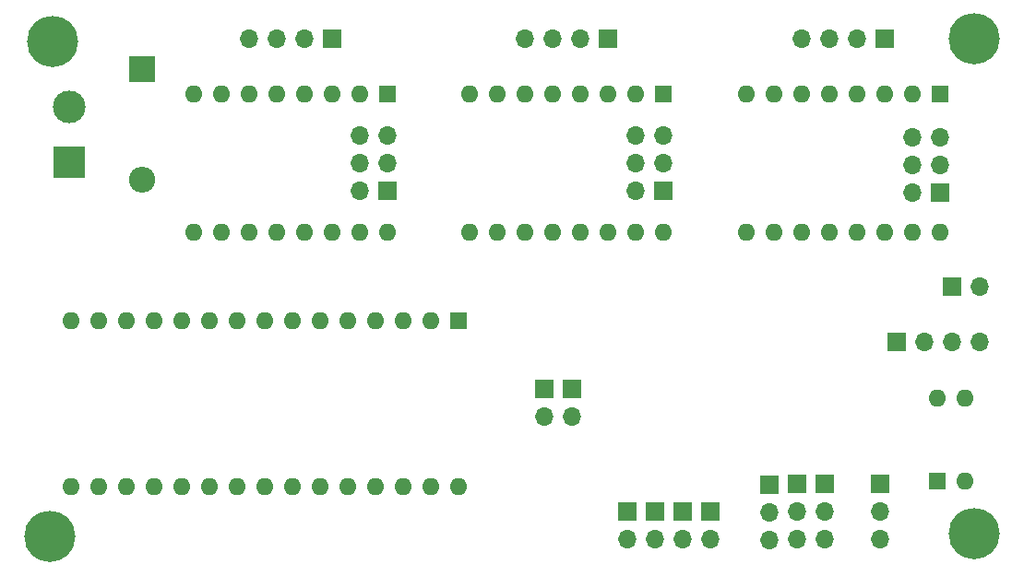
<source format=gbr>
%TF.GenerationSoftware,KiCad,Pcbnew,(6.0.0)*%
%TF.CreationDate,2022-01-02T13:01:27+02:00*%
%TF.ProjectId,shematic,7368656d-6174-4696-932e-6b696361645f,rev?*%
%TF.SameCoordinates,Original*%
%TF.FileFunction,Soldermask,Bot*%
%TF.FilePolarity,Negative*%
%FSLAX46Y46*%
G04 Gerber Fmt 4.6, Leading zero omitted, Abs format (unit mm)*
G04 Created by KiCad (PCBNEW (6.0.0)) date 2022-01-02 13:01:27*
%MOMM*%
%LPD*%
G01*
G04 APERTURE LIST*
%ADD10R,1.600000X1.600000*%
%ADD11O,1.600000X1.600000*%
%ADD12R,2.400000X2.400000*%
%ADD13O,2.400000X2.400000*%
%ADD14R,3.000000X3.000000*%
%ADD15C,3.000000*%
%ADD16R,1.700000X1.700000*%
%ADD17O,1.700000X1.700000*%
%ADD18C,4.700000*%
G04 APERTURE END LIST*
D10*
%TO.C,A1*%
X70000000Y-57658000D03*
D11*
X67460000Y-57658000D03*
X64920000Y-57658000D03*
X62380000Y-57658000D03*
X59840000Y-57658000D03*
X57300000Y-57658000D03*
X54760000Y-57658000D03*
X52220000Y-57658000D03*
X49680000Y-57658000D03*
X47140000Y-57658000D03*
X44600000Y-57658000D03*
X42060000Y-57658000D03*
X39520000Y-57658000D03*
X36980000Y-57658000D03*
X34440000Y-57658000D03*
X34440000Y-72898000D03*
X36980000Y-72898000D03*
X39520000Y-72898000D03*
X42060000Y-72898000D03*
X44600000Y-72898000D03*
X47140000Y-72898000D03*
X49680000Y-72898000D03*
X52220000Y-72898000D03*
X54760000Y-72898000D03*
X57300000Y-72898000D03*
X59840000Y-72898000D03*
X62380000Y-72898000D03*
X64920000Y-72898000D03*
X67460000Y-72898000D03*
X70000000Y-72898000D03*
%TD*%
D10*
%TO.C,A2*%
X114173000Y-36830000D03*
D11*
X111633000Y-36830000D03*
X109093000Y-36830000D03*
X106553000Y-36830000D03*
X104013000Y-36830000D03*
X101473000Y-36830000D03*
X98933000Y-36830000D03*
X96393000Y-36830000D03*
X96393000Y-49530000D03*
X98933000Y-49530000D03*
X101473000Y-49530000D03*
X104013000Y-49530000D03*
X106553000Y-49530000D03*
X109093000Y-49530000D03*
X111633000Y-49530000D03*
X114173000Y-49530000D03*
%TD*%
D10*
%TO.C,A3*%
X88820000Y-36830000D03*
D11*
X86280000Y-36830000D03*
X83740000Y-36830000D03*
X81200000Y-36830000D03*
X78660000Y-36830000D03*
X76120000Y-36830000D03*
X73580000Y-36830000D03*
X71040000Y-36830000D03*
X71040000Y-49530000D03*
X73580000Y-49530000D03*
X76120000Y-49530000D03*
X78660000Y-49530000D03*
X81200000Y-49530000D03*
X83740000Y-49530000D03*
X86280000Y-49530000D03*
X88820000Y-49530000D03*
%TD*%
D10*
%TO.C,A4*%
X63500000Y-36830000D03*
D11*
X60960000Y-36830000D03*
X58420000Y-36830000D03*
X55880000Y-36830000D03*
X53340000Y-36830000D03*
X50800000Y-36830000D03*
X48260000Y-36830000D03*
X45720000Y-36830000D03*
X45720000Y-49530000D03*
X48260000Y-49530000D03*
X50800000Y-49530000D03*
X53340000Y-49530000D03*
X55880000Y-49530000D03*
X58420000Y-49530000D03*
X60960000Y-49530000D03*
X63500000Y-49530000D03*
%TD*%
D12*
%TO.C,D1*%
X41000000Y-34544000D03*
D13*
X41000000Y-44704000D03*
%TD*%
D14*
%TO.C,J1*%
X34290000Y-43080000D03*
D15*
X34290000Y-38000000D03*
%TD*%
D16*
%TO.C,J2*%
X115316000Y-54483000D03*
D17*
X117856000Y-54483000D03*
%TD*%
D16*
%TO.C,J3*%
X110236000Y-59563000D03*
D17*
X112776000Y-59563000D03*
X115316000Y-59563000D03*
X117856000Y-59563000D03*
%TD*%
D16*
%TO.C,J4*%
X108712000Y-72644000D03*
D17*
X108712000Y-75184000D03*
X108712000Y-77724000D03*
%TD*%
D16*
%TO.C,J5*%
X103632000Y-72644000D03*
D17*
X103632000Y-75184000D03*
X103632000Y-77724000D03*
%TD*%
D16*
%TO.C,J6*%
X101092000Y-72644000D03*
D17*
X101092000Y-75184000D03*
X101092000Y-77724000D03*
%TD*%
D16*
%TO.C,J7*%
X98552000Y-72659000D03*
D17*
X98552000Y-75199000D03*
X98552000Y-77739000D03*
%TD*%
D16*
%TO.C,J8*%
X93091000Y-75184000D03*
D17*
X93091000Y-77724000D03*
%TD*%
D16*
%TO.C,J9*%
X88011000Y-75184000D03*
D17*
X88011000Y-77724000D03*
%TD*%
D16*
%TO.C,J10*%
X90551000Y-75184000D03*
D17*
X90551000Y-77724000D03*
%TD*%
D16*
%TO.C,J11*%
X85471000Y-75194000D03*
D17*
X85471000Y-77734000D03*
%TD*%
D16*
%TO.C,J12*%
X114173000Y-45847000D03*
D17*
X111633000Y-45847000D03*
X114173000Y-43307000D03*
X111633000Y-43307000D03*
X114173000Y-40767000D03*
X111633000Y-40767000D03*
%TD*%
D16*
%TO.C,J13*%
X88820000Y-45720000D03*
D17*
X86280000Y-45720000D03*
X88820000Y-43180000D03*
X86280000Y-43180000D03*
X88820000Y-40640000D03*
X86280000Y-40640000D03*
%TD*%
D16*
%TO.C,J14*%
X63500000Y-45720000D03*
D17*
X60960000Y-45720000D03*
X63500000Y-43180000D03*
X60960000Y-43180000D03*
X63500000Y-40640000D03*
X60960000Y-40640000D03*
%TD*%
D16*
%TO.C,J15*%
X109093000Y-31750000D03*
D17*
X106553000Y-31750000D03*
X104013000Y-31750000D03*
X101473000Y-31750000D03*
%TD*%
D16*
%TO.C,J16*%
X83740000Y-31750000D03*
D17*
X81200000Y-31750000D03*
X78660000Y-31750000D03*
X76120000Y-31750000D03*
%TD*%
D16*
%TO.C,J17*%
X58420000Y-31750000D03*
D17*
X55880000Y-31750000D03*
X53340000Y-31750000D03*
X50800000Y-31750000D03*
%TD*%
D16*
%TO.C,JP1*%
X80391000Y-63881000D03*
D17*
X80391000Y-66421000D03*
%TD*%
D16*
%TO.C,JP2*%
X77851000Y-63881000D03*
D17*
X77851000Y-66421000D03*
%TD*%
D10*
%TO.C,U4*%
X113919000Y-72390000D03*
D11*
X116459000Y-72390000D03*
X116459000Y-64770000D03*
X113919000Y-64770000D03*
%TD*%
D18*
%TO.C,REF\u002A\u002A*%
X32766000Y-32004000D03*
%TD*%
%TO.C,*%
X117348000Y-77216000D03*
%TD*%
%TO.C,*%
X117348000Y-31750000D03*
%TD*%
%TO.C,*%
X32512000Y-77470000D03*
%TD*%
M02*

</source>
